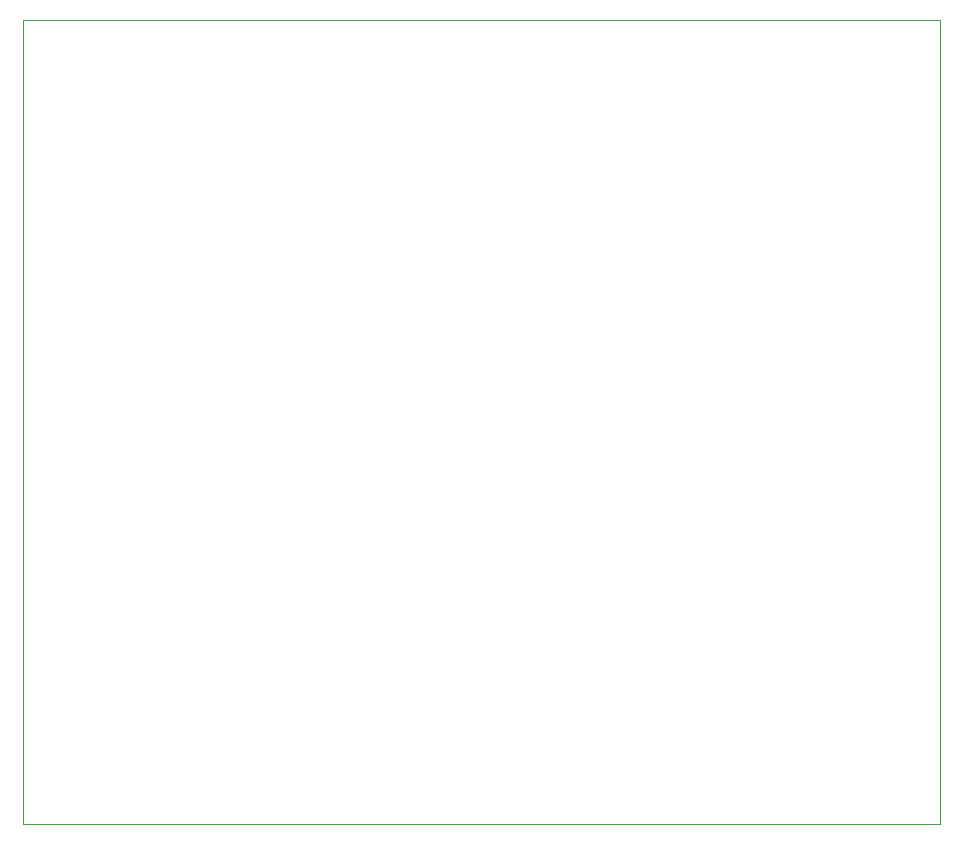
<source format=gm1>
G04 #@! TF.GenerationSoftware,KiCad,Pcbnew,(5.1.10)-1*
G04 #@! TF.CreationDate,2022-05-03T13:10:24+02:00*
G04 #@! TF.ProjectId,psoc_shield,70736f63-5f73-4686-9965-6c642e6b6963,rev?*
G04 #@! TF.SameCoordinates,Original*
G04 #@! TF.FileFunction,Profile,NP*
%FSLAX46Y46*%
G04 Gerber Fmt 4.6, Leading zero omitted, Abs format (unit mm)*
G04 Created by KiCad (PCBNEW (5.1.10)-1) date 2022-05-03 13:10:24*
%MOMM*%
%LPD*%
G01*
G04 APERTURE LIST*
G04 #@! TA.AperFunction,Profile*
%ADD10C,0.050000*%
G04 #@! TD*
G04 APERTURE END LIST*
D10*
X108500000Y-134500000D02*
X180400000Y-134500000D01*
X108500000Y-134500000D02*
X102800000Y-134500000D01*
X180400000Y-134500000D02*
X180400000Y-66500000D01*
X102800000Y-66500000D02*
X102800000Y-134500000D01*
X180400000Y-66500000D02*
X102800000Y-66500000D01*
M02*

</source>
